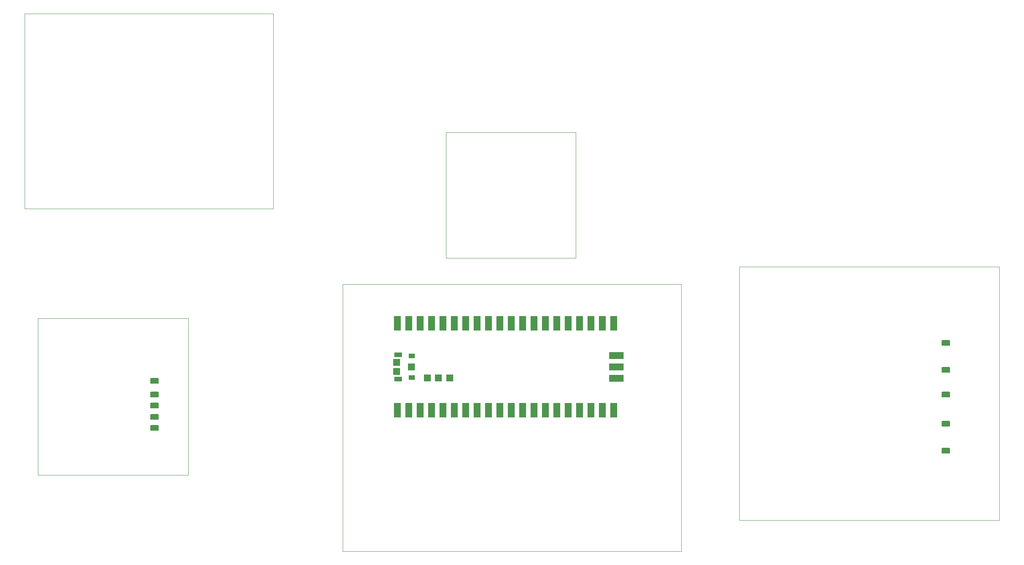
<source format=gbr>
%TF.GenerationSoftware,KiCad,Pcbnew,9.0.1*%
%TF.CreationDate,2025-04-24T14:02:35-07:00*%
%TF.ProjectId,Capstone_1,43617073-746f-46e6-955f-312e6b696361,rev?*%
%TF.SameCoordinates,Original*%
%TF.FileFunction,Paste,Top*%
%TF.FilePolarity,Positive*%
%FSLAX46Y46*%
G04 Gerber Fmt 4.6, Leading zero omitted, Abs format (unit mm)*
G04 Created by KiCad (PCBNEW 9.0.1) date 2025-04-24 14:02:35*
%MOMM*%
%LPD*%
G01*
G04 APERTURE LIST*
G04 Aperture macros list*
%AMRoundRect*
0 Rectangle with rounded corners*
0 $1 Rounding radius*
0 $2 $3 $4 $5 $6 $7 $8 $9 X,Y pos of 4 corners*
0 Add a 4 corners polygon primitive as box body*
4,1,4,$2,$3,$4,$5,$6,$7,$8,$9,$2,$3,0*
0 Add four circle primitives for the rounded corners*
1,1,$1+$1,$2,$3*
1,1,$1+$1,$4,$5*
1,1,$1+$1,$6,$7*
1,1,$1+$1,$8,$9*
0 Add four rect primitives between the rounded corners*
20,1,$1+$1,$2,$3,$4,$5,0*
20,1,$1+$1,$4,$5,$6,$7,0*
20,1,$1+$1,$6,$7,$8,$9,0*
20,1,$1+$1,$8,$9,$2,$3,0*%
G04 Aperture macros list end*
%ADD10RoundRect,0.190500X-0.762000X-0.444500X0.762000X-0.444500X0.762000X0.444500X-0.762000X0.444500X0*%
%ADD11R,1.600200X3.200400*%
%ADD12R,1.803400X1.092200*%
%ADD13R,1.447800X1.041400*%
%ADD14R,3.200400X1.600200*%
%ADD15R,1.498600X1.498600*%
%TA.AperFunction,Profile*%
%ADD16C,0.050000*%
%TD*%
G04 APERTURE END LIST*
D10*
%TO.C,U3*%
X256000000Y-112500000D03*
X256000000Y-118500000D03*
X256000000Y-124000000D03*
X256000000Y-130500000D03*
X256000000Y-136500000D03*
%TD*%
%TO.C,U2*%
X79500000Y-121000000D03*
X79500000Y-124000000D03*
X79500000Y-126500000D03*
X79500000Y-129000000D03*
X79500000Y-131500000D03*
%TD*%
D11*
%TO.C,U1*%
X133720000Y-127500000D03*
X136260000Y-127500000D03*
X138800000Y-127500000D03*
X141340000Y-127500000D03*
X143880000Y-127500000D03*
X146420000Y-127500000D03*
X148960000Y-127500000D03*
X151500000Y-127500000D03*
X154040000Y-127500000D03*
X156580000Y-127500000D03*
X159120000Y-127500000D03*
X161660000Y-127500000D03*
X164200000Y-127500000D03*
X166740000Y-127500000D03*
X169280000Y-127500000D03*
X171820000Y-127500000D03*
X174360000Y-127500000D03*
X176900000Y-127500000D03*
X179440000Y-127500000D03*
X181980000Y-127500000D03*
X181980000Y-108119800D03*
X179440000Y-108119800D03*
X176900000Y-108119800D03*
X174360000Y-108119800D03*
X171820000Y-108119800D03*
X169280000Y-108119800D03*
X166740000Y-108119800D03*
X164200000Y-108119800D03*
X161660000Y-108119800D03*
X159120000Y-108119800D03*
X156580000Y-108119800D03*
X154040000Y-108119800D03*
X151500000Y-108119800D03*
X148960000Y-108119800D03*
X146420000Y-108119800D03*
X143880000Y-108119800D03*
X141340000Y-108119800D03*
X138800000Y-108119800D03*
X136260000Y-108119800D03*
X133720000Y-108119800D03*
D12*
X133849540Y-120535320D03*
X133849540Y-115084480D03*
D13*
X136879760Y-120235600D03*
X136879760Y-115384200D03*
D14*
X182548960Y-120349900D03*
X182548960Y-117809900D03*
X182548960Y-115269900D03*
D15*
X136849280Y-117809900D03*
X133549820Y-116809140D03*
X133549820Y-118810660D03*
X140349400Y-120309260D03*
X142848760Y-120309260D03*
X145348120Y-120309260D03*
%TD*%
D16*
X210000000Y-95500000D02*
X268000000Y-95500000D01*
X268000000Y-152000000D01*
X210000000Y-152000000D01*
X210000000Y-95500000D01*
X53500000Y-107000000D02*
X87000000Y-107000000D01*
X87000000Y-142000000D01*
X53500000Y-142000000D01*
X53500000Y-107000000D01*
X144500000Y-65500000D02*
X173500000Y-65500000D01*
X173500000Y-93500000D01*
X144500000Y-93500000D01*
X144500000Y-65500000D01*
X50500000Y-39000000D02*
X106000000Y-39000000D01*
X106000000Y-82500000D01*
X50500000Y-82500000D01*
X50500000Y-39000000D01*
X121500000Y-99380200D02*
X197000000Y-99380200D01*
X197000000Y-159000000D01*
X121500000Y-159000000D01*
X121500000Y-99380200D01*
M02*

</source>
